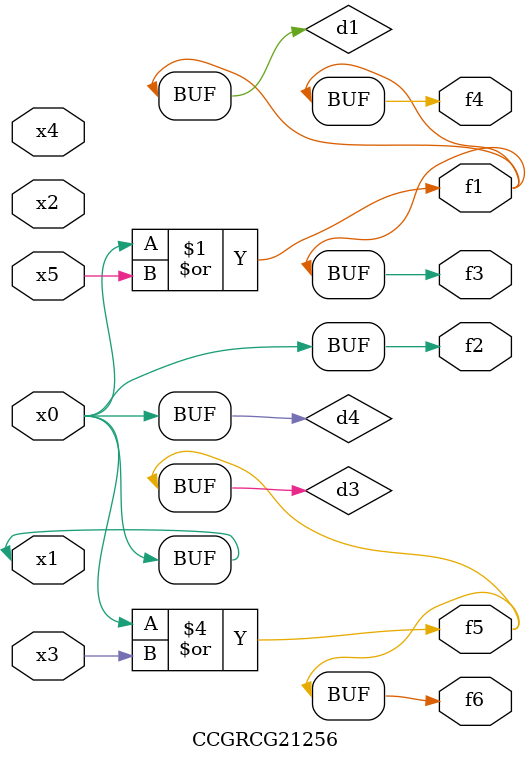
<source format=v>
module CCGRCG21256(
	input x0, x1, x2, x3, x4, x5,
	output f1, f2, f3, f4, f5, f6
);

	wire d1, d2, d3, d4;

	or (d1, x0, x5);
	xnor (d2, x1, x4);
	or (d3, x0, x3);
	buf (d4, x0, x1);
	assign f1 = d1;
	assign f2 = d4;
	assign f3 = d1;
	assign f4 = d1;
	assign f5 = d3;
	assign f6 = d3;
endmodule

</source>
